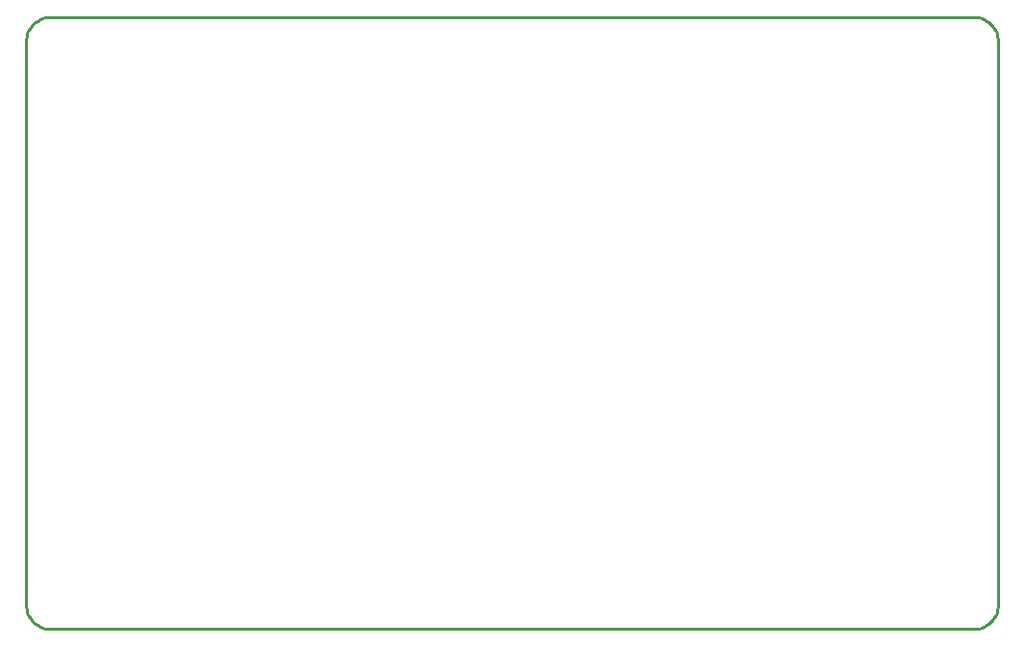
<source format=gko>
G04*
G04 #@! TF.GenerationSoftware,Altium Limited,Altium Designer,20.2.5 (213)*
G04*
G04 Layer_Color=16711935*
%FSLAX25Y25*%
%MOIN*%
G70*
G04*
G04 #@! TF.SameCoordinates,0846BD26-53A7-4D4D-980E-E920FDF7FE47*
G04*
G04*
G04 #@! TF.FilePolarity,Positive*
G04*
G01*
G75*
%ADD15C,0.01000*%
D15*
X328740Y0D02*
X329710Y55D01*
X330667Y217D01*
X331601Y486D01*
X332498Y858D01*
X333348Y1328D01*
X334140Y1890D01*
X334865Y2537D01*
X335512Y3261D01*
X336074Y4053D01*
X336544Y4903D01*
X336915Y5801D01*
X337184Y6734D01*
X337347Y7692D01*
X337402Y8661D01*
X0Y8661D02*
X55Y7692D01*
X217Y6734D01*
X486Y5801D01*
X858Y4903D01*
X1328Y4053D01*
X1890Y3261D01*
X2537Y2537D01*
X3261Y1890D01*
X4053Y1328D01*
X4903Y858D01*
X5801Y486D01*
X6734Y217D01*
X7692Y55D01*
X8661Y0D01*
Y212598D02*
X7692Y212544D01*
X6734Y212381D01*
X5801Y212112D01*
X4903Y211741D01*
X4053Y211271D01*
X3261Y210709D01*
X2537Y210062D01*
X1890Y209337D01*
X1328Y208545D01*
X858Y207695D01*
X486Y206798D01*
X217Y205864D01*
X55Y204907D01*
X0Y203937D01*
X337402D02*
X337347Y204907D01*
X337184Y205864D01*
X336915Y206798D01*
X336544Y207695D01*
X336074Y208545D01*
X335512Y209337D01*
X334865Y210062D01*
X334140Y210709D01*
X333348Y211271D01*
X332498Y211741D01*
X331601Y212112D01*
X330667Y212381D01*
X329710Y212544D01*
X328740Y212598D01*
X337402Y8661D02*
Y203966D01*
X0Y8661D02*
Y203937D01*
X8661Y0D02*
X328740D01*
X8661Y212598D02*
X328769D01*
X337402Y203966D02*
X337402Y203966D01*
M02*

</source>
